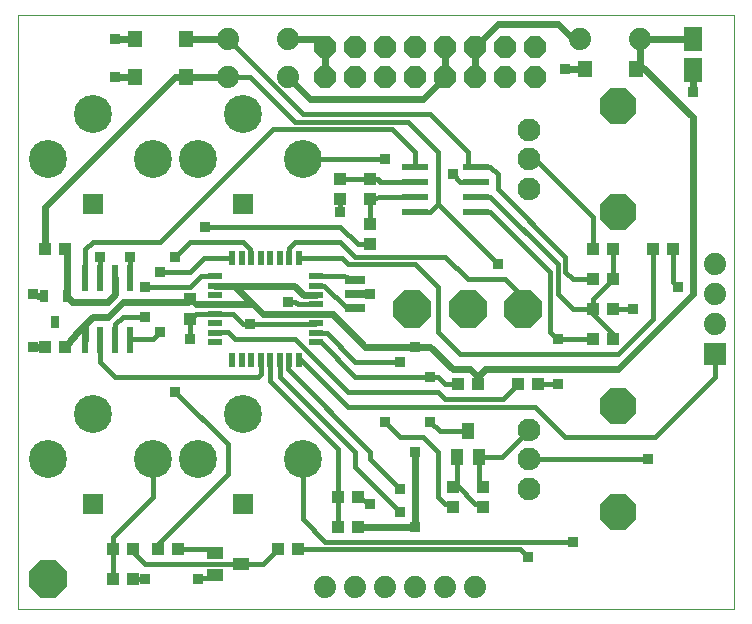
<source format=gtl>
G75*
G70*
%OFA0B0*%
%FSLAX24Y24*%
%IPPOS*%
%LPD*%
%AMOC8*
5,1,8,0,0,1.08239X$1,22.5*
%
%ADD10C,0.0000*%
%ADD11R,0.0866X0.0236*%
%ADD12R,0.0394X0.0433*%
%ADD13C,0.0760*%
%ADD14OC8,0.1181*%
%ADD15OC8,0.1266*%
%ADD16R,0.0500X0.0220*%
%ADD17R,0.0220X0.0500*%
%ADD18R,0.0669X0.0276*%
%ADD19C,0.0740*%
%ADD20R,0.0433X0.0394*%
%ADD21R,0.0394X0.0551*%
%ADD22R,0.0551X0.0394*%
%ADD23R,0.0500X0.0579*%
%ADD24OC8,0.0740*%
%ADD25R,0.0591X0.0787*%
%ADD26OC8,0.1240*%
%ADD27R,0.0709X0.0709*%
%ADD28C,0.1266*%
%ADD29R,0.0240X0.0870*%
%ADD30R,0.0276X0.0394*%
%ADD31R,0.0740X0.0740*%
%ADD32C,0.0240*%
%ADD33R,0.0356X0.0356*%
%ADD34C,0.0160*%
%ADD35C,0.0120*%
D10*
X003791Y000319D02*
X027661Y000319D01*
X027661Y020119D01*
X003791Y020119D01*
X003791Y000319D01*
D11*
X017018Y013569D03*
X017018Y014069D03*
X017018Y014569D03*
X017018Y015069D03*
X019065Y015069D03*
X019065Y014569D03*
X019065Y014069D03*
X019065Y013569D03*
D12*
X022957Y012319D03*
X023626Y012319D03*
X023626Y011319D03*
X022957Y011319D03*
X022957Y010319D03*
X023626Y010319D03*
X023626Y009319D03*
X022957Y009319D03*
X021126Y007819D03*
X020457Y007819D03*
X019126Y007819D03*
X018457Y007819D03*
X015126Y003069D03*
X014457Y003069D03*
X013126Y002319D03*
X012457Y002319D03*
X009126Y002319D03*
X008457Y002319D03*
X007626Y002319D03*
X006957Y002319D03*
X006957Y001319D03*
X007626Y001319D03*
X009541Y009984D03*
X009541Y010653D03*
X005376Y012319D03*
X004707Y012319D03*
X024957Y012319D03*
X025626Y012319D03*
D13*
X020839Y014334D03*
X020839Y015319D03*
X020839Y016303D03*
X020839Y006303D03*
X020839Y005319D03*
X020839Y004334D03*
D14*
X023791Y003547D03*
X023791Y007090D03*
X023791Y013547D03*
X023791Y017090D03*
D15*
X020641Y010319D03*
X018791Y010319D03*
X016941Y010319D03*
D16*
X013731Y010476D03*
X013731Y010161D03*
X013731Y009846D03*
X013731Y009531D03*
X013731Y009216D03*
X013731Y010791D03*
X013731Y011106D03*
X013731Y011421D03*
X010351Y011421D03*
X010351Y011106D03*
X010351Y010791D03*
X010351Y010476D03*
X010351Y010161D03*
X010351Y009846D03*
X010351Y009531D03*
X010351Y009216D03*
D17*
X010939Y008629D03*
X011254Y008629D03*
X011569Y008629D03*
X011884Y008629D03*
X012199Y008629D03*
X012514Y008629D03*
X012829Y008629D03*
X013144Y008629D03*
X013144Y012009D03*
X012829Y012009D03*
X012514Y012009D03*
X012199Y012009D03*
X011884Y012009D03*
X011569Y012009D03*
X011254Y012009D03*
X010939Y012009D03*
D18*
X015041Y011291D03*
X015041Y010819D03*
X015041Y010346D03*
D19*
X012791Y018069D03*
X012791Y019319D03*
X010791Y019319D03*
X010791Y018069D03*
X022541Y019319D03*
X024541Y019319D03*
X027041Y011819D03*
X027041Y010819D03*
X027041Y009819D03*
X019041Y001069D03*
X018041Y001069D03*
X017041Y001069D03*
X016041Y001069D03*
X015041Y001069D03*
X014041Y001069D03*
D20*
X014457Y004069D03*
X015126Y004069D03*
X018291Y004403D03*
X018291Y003734D03*
X019291Y003734D03*
X019291Y004403D03*
X015541Y012484D03*
X015541Y013153D03*
X015541Y013984D03*
X015541Y014653D03*
X014541Y014653D03*
X014541Y013984D03*
X005376Y009069D03*
X004707Y009069D03*
D21*
X018417Y005386D03*
X019165Y005386D03*
X018791Y006252D03*
D22*
X011224Y001819D03*
X010358Y002193D03*
X010358Y001445D03*
D23*
X009388Y018069D03*
X009388Y019319D03*
X007695Y019319D03*
X007695Y018069D03*
X022695Y018319D03*
X024388Y018319D03*
D24*
X021041Y018069D03*
X020041Y018069D03*
X019041Y018069D03*
X018041Y018069D03*
X017041Y018069D03*
X016041Y018069D03*
X015041Y018069D03*
X014041Y018069D03*
X014041Y019069D03*
X015041Y019069D03*
X016041Y019069D03*
X017041Y019069D03*
X018041Y019069D03*
X019041Y019069D03*
X020041Y019069D03*
X021041Y019069D03*
D25*
X026291Y019330D03*
X026291Y018307D03*
D26*
X004791Y001319D03*
D27*
X006291Y003819D03*
X011291Y003819D03*
X011291Y013819D03*
X006291Y013819D03*
D28*
X004791Y015319D03*
X006291Y016819D03*
X008291Y015319D03*
X009791Y015319D03*
X011291Y016819D03*
X013291Y015319D03*
X011291Y006819D03*
X009791Y005319D03*
X008291Y005319D03*
X006291Y006819D03*
X004791Y005319D03*
X013291Y005319D03*
D29*
X007541Y009289D03*
X007041Y009289D03*
X006541Y009289D03*
X006041Y009289D03*
X006041Y011349D03*
X006541Y011349D03*
X007041Y011349D03*
X007541Y011349D03*
D30*
X005415Y010752D03*
X004667Y010752D03*
X005041Y009886D03*
D31*
X027041Y008819D03*
D32*
X026291Y010819D02*
X026291Y016722D01*
X024541Y018472D01*
X024541Y019319D01*
X026280Y019319D01*
X026303Y018307D02*
X026291Y017569D01*
X022695Y018319D02*
X022041Y018319D01*
X022291Y019319D02*
X021791Y019819D01*
X019791Y019819D01*
X019041Y019069D01*
X019041Y018069D01*
X018041Y018069D02*
X018041Y019069D01*
X018041Y018069D02*
X017291Y017319D01*
X013541Y017319D01*
X012791Y018069D01*
X012791Y019319D02*
X013791Y019319D01*
X014041Y019069D01*
X014041Y018069D01*
X010791Y018069D02*
X009388Y018069D01*
X009041Y018069D01*
X004707Y013734D01*
X004707Y012319D01*
X005415Y012279D02*
X005415Y010752D01*
X005598Y010569D01*
X006791Y010569D01*
X007041Y010819D01*
X007041Y011349D01*
X007291Y010569D02*
X009457Y010569D01*
X009719Y010476D02*
X010351Y010476D01*
X011634Y010476D01*
X011004Y011106D01*
X013004Y011106D01*
X013319Y010791D01*
X013731Y010791D01*
X013731Y010161D02*
X011949Y010161D01*
X011634Y010476D01*
X011004Y011106D02*
X010351Y011106D01*
X007291Y010569D02*
X006791Y010069D01*
X006291Y010069D01*
X006041Y009819D01*
X005876Y009653D01*
X005376Y009069D01*
X006041Y009289D02*
X006041Y009819D01*
X004707Y009069D02*
X004291Y009069D01*
X004667Y010695D02*
X004291Y010819D01*
X004667Y010752D02*
X004667Y010695D01*
X007041Y018069D02*
X007695Y018069D01*
X007695Y019319D02*
X007041Y019319D01*
X009388Y019319D02*
X010791Y019319D01*
X013731Y010161D02*
X014284Y010161D01*
X015376Y009069D01*
X017041Y009069D01*
X017541Y009069D01*
X018291Y008319D01*
X018876Y008319D01*
X019126Y008069D01*
X019376Y008319D01*
X023791Y008319D01*
X026291Y010819D01*
X019126Y008069D02*
X019126Y007819D01*
X017041Y005569D02*
X017041Y003069D01*
X015126Y003069D01*
X022291Y019319D02*
X022541Y019319D01*
D33*
X022041Y018319D03*
X026291Y017569D03*
X019791Y011819D03*
X021791Y009319D03*
X021791Y007819D03*
X024291Y010319D03*
X025791Y011069D03*
X024791Y005319D03*
X022291Y002569D03*
X020791Y002069D03*
X017041Y003069D03*
X016541Y003569D03*
X016541Y004319D03*
X015541Y003819D03*
X017041Y005569D03*
X017541Y006569D03*
X016041Y006569D03*
X017541Y008069D03*
X016541Y008569D03*
X017041Y009069D03*
X015541Y010819D03*
X012791Y010569D03*
X011541Y009819D03*
X009541Y009319D03*
X008541Y009569D03*
X008041Y010069D03*
X008041Y011069D03*
X008541Y011569D03*
X009041Y012069D03*
X010041Y013069D03*
X007541Y012069D03*
X006541Y012069D03*
X004291Y010819D03*
X004291Y009069D03*
X009041Y007569D03*
X014541Y013569D03*
X016041Y015319D03*
X018291Y014819D03*
X007041Y018069D03*
X007041Y019319D03*
X008041Y001319D03*
X009791Y001319D03*
D34*
X010358Y001386D01*
X010358Y001445D01*
X010358Y002193D02*
X010232Y002319D01*
X009126Y002319D01*
X008457Y002319D02*
X008457Y002484D01*
X010791Y004819D01*
X010791Y005819D01*
X009041Y007569D01*
X007041Y008069D02*
X011791Y008069D01*
X011884Y008161D01*
X011884Y008629D01*
X012199Y008629D02*
X012199Y007911D01*
X014457Y005653D01*
X014457Y004069D01*
X014457Y003069D01*
X014041Y002569D02*
X022291Y002569D01*
X020791Y002069D02*
X020541Y002319D01*
X013126Y002319D01*
X012457Y002319D02*
X011957Y001819D01*
X011224Y001819D01*
X008041Y001819D01*
X007626Y002234D01*
X007626Y002319D01*
X006957Y002319D02*
X006957Y001319D01*
X007626Y001319D02*
X008041Y001319D01*
X006957Y002319D02*
X006957Y002734D01*
X008291Y004069D01*
X008291Y005319D01*
X007041Y008069D02*
X006541Y008569D01*
X006541Y009289D01*
X007041Y009289D02*
X007041Y009819D01*
X007291Y010069D01*
X008041Y010069D01*
X008541Y009569D02*
X008291Y009319D01*
X007511Y009319D01*
X007541Y009289D01*
X009457Y010569D02*
X009541Y010653D01*
X009719Y010476D01*
X009541Y010569D02*
X009541Y010653D01*
X009541Y011069D02*
X009894Y011421D01*
X010351Y011421D01*
X009981Y012009D02*
X009541Y011569D01*
X008541Y011569D01*
X008041Y011069D02*
X009541Y011069D01*
X009719Y010161D02*
X009541Y009984D01*
X009541Y009319D01*
X010389Y009569D02*
X010791Y009569D01*
X011041Y009319D01*
X013041Y009319D01*
X014791Y007569D01*
X017791Y007569D01*
X018041Y007319D01*
X019957Y007319D01*
X020457Y007819D01*
X021126Y007819D02*
X021791Y007819D01*
X021041Y007069D02*
X022041Y006069D01*
X025041Y006069D01*
X027041Y008069D01*
X027041Y008819D01*
X024957Y009984D02*
X023791Y008819D01*
X018541Y008819D01*
X017791Y009569D01*
X017791Y011069D01*
X017041Y011819D01*
X014791Y011819D01*
X014601Y012009D01*
X013144Y012009D01*
X012829Y012009D02*
X012829Y012356D01*
X013041Y012569D01*
X014541Y012569D01*
X015041Y012069D01*
X018041Y012069D01*
X018791Y011319D01*
X020041Y011319D01*
X020641Y010719D01*
X020641Y010319D01*
X021541Y009569D02*
X021791Y009319D01*
X022957Y009319D01*
X023626Y009319D02*
X023626Y009484D01*
X022957Y010153D01*
X022957Y010319D01*
X022291Y010319D01*
X021791Y010819D01*
X021791Y011819D01*
X019541Y014069D01*
X019791Y014319D02*
X022041Y012069D01*
X022041Y011569D01*
X022291Y011319D01*
X022957Y011319D01*
X023626Y011319D02*
X023626Y012319D01*
X022957Y012319D02*
X022957Y013403D01*
X021041Y015319D01*
X020839Y015319D01*
X019791Y014819D02*
X019791Y014319D01*
X019791Y014819D02*
X019541Y015069D01*
X019065Y015069D01*
X018791Y015069D01*
X018791Y015569D01*
X017541Y016819D01*
X013291Y016819D01*
X010791Y019319D01*
X010791Y018069D02*
X011541Y018069D01*
X013041Y016569D01*
X016791Y016569D01*
X017791Y015569D01*
X017791Y013819D01*
X019791Y011819D01*
X021541Y011569D02*
X019541Y013569D01*
X019065Y014569D02*
X018541Y014569D01*
X018291Y014819D01*
X017791Y013819D02*
X017541Y013569D01*
X017018Y013569D01*
X017018Y014069D02*
X015876Y014069D01*
X015541Y013984D01*
X015541Y013153D01*
X015541Y012484D02*
X015126Y012484D01*
X014541Y013069D01*
X010041Y013069D01*
X009541Y012569D02*
X011291Y012569D01*
X011541Y012319D01*
X011541Y012036D01*
X011569Y012009D01*
X010939Y012009D02*
X009981Y012009D01*
X009541Y012569D02*
X009041Y012069D01*
X008541Y012569D02*
X006291Y012569D01*
X006041Y012319D01*
X006041Y011349D01*
X006541Y011349D02*
X006541Y012069D01*
X007541Y012069D02*
X007541Y011349D01*
X008541Y012569D02*
X012291Y016319D01*
X016268Y016319D01*
X017018Y015569D01*
X017018Y015069D01*
X017018Y014569D02*
X015876Y014569D01*
X015791Y014653D01*
X015541Y014653D01*
X014541Y014653D01*
X014541Y013984D02*
X014541Y013569D01*
X013291Y015319D02*
X016041Y015319D01*
X014661Y011421D02*
X013731Y011421D01*
X013731Y011106D02*
X014004Y011106D01*
X014764Y010346D01*
X015041Y010346D01*
X015041Y010819D02*
X015541Y010819D01*
X015041Y011291D02*
X014661Y011421D01*
X013731Y010476D02*
X013134Y010476D01*
X013041Y010569D01*
X012791Y010569D01*
X013704Y009819D02*
X011541Y009819D01*
X011291Y009819D01*
X010949Y010161D01*
X010351Y010161D01*
X009719Y010161D01*
X012514Y008629D02*
X012541Y008601D01*
X012541Y008069D01*
X015041Y005569D01*
X015041Y005069D01*
X016541Y003569D01*
X016541Y004319D02*
X015541Y005319D01*
X015541Y005569D01*
X012791Y008319D01*
X012791Y008591D01*
X012829Y008629D01*
X013144Y008629D02*
X013231Y008629D01*
X014791Y007069D01*
X021041Y007069D01*
X020839Y006303D02*
X019921Y005386D01*
X019165Y005386D01*
X019165Y004529D01*
X019291Y004403D01*
X019291Y003819D02*
X019291Y003734D01*
X019291Y003819D02*
X019041Y003819D01*
X018417Y004443D01*
X018417Y004529D01*
X018291Y004403D01*
X018417Y004529D02*
X018417Y005386D01*
X017791Y005569D02*
X017791Y004069D01*
X018041Y003819D01*
X018207Y003819D01*
X018291Y003734D01*
X017791Y005569D02*
X017291Y006069D01*
X016541Y006069D01*
X016041Y006569D01*
X017541Y006569D02*
X017858Y006252D01*
X018791Y006252D01*
X018457Y007819D02*
X018041Y007819D01*
X017791Y008069D01*
X017541Y008069D01*
X015041Y008069D01*
X013894Y009216D01*
X013731Y009216D01*
X013731Y009531D02*
X014079Y009531D01*
X015041Y008569D01*
X016541Y008569D01*
X013731Y009846D02*
X013704Y009819D01*
X013291Y005319D02*
X013291Y003319D01*
X014041Y002569D01*
X015126Y004069D02*
X015541Y003819D01*
X020839Y005319D02*
X024791Y005319D01*
X021541Y009569D02*
X021541Y011569D01*
X022957Y010649D02*
X023626Y011319D01*
X022957Y010649D02*
X022957Y010319D01*
X023626Y010319D02*
X024291Y010319D01*
X024957Y009984D02*
X024957Y012319D01*
X025626Y012319D02*
X025626Y011234D01*
X025791Y011069D01*
X026291Y018307D02*
X026303Y018307D01*
X026280Y019319D02*
X026291Y019330D01*
X024541Y018472D02*
X024388Y018319D01*
X005415Y012279D02*
X005376Y012319D01*
D35*
X010351Y009531D02*
X010389Y009569D01*
X019065Y013569D02*
X019541Y013569D01*
X019541Y014069D02*
X019065Y014069D01*
M02*

</source>
